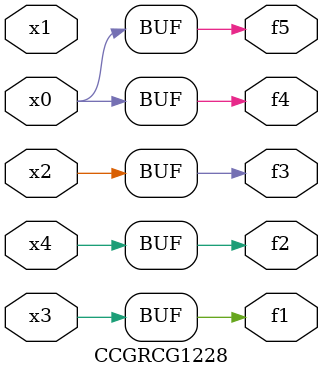
<source format=v>
module CCGRCG1228(
	input x0, x1, x2, x3, x4,
	output f1, f2, f3, f4, f5
);
	assign f1 = x3;
	assign f2 = x4;
	assign f3 = x2;
	assign f4 = x0;
	assign f5 = x0;
endmodule

</source>
